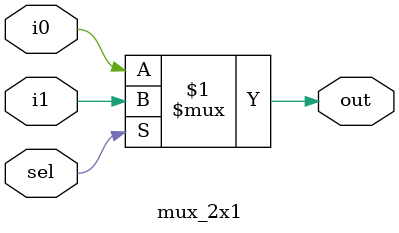
<source format=v>
module mux_2x1(
    input i0,
    input i1,
    input sel,
    output out
);

assign out = sel? i1:i0;

endmodule

</source>
